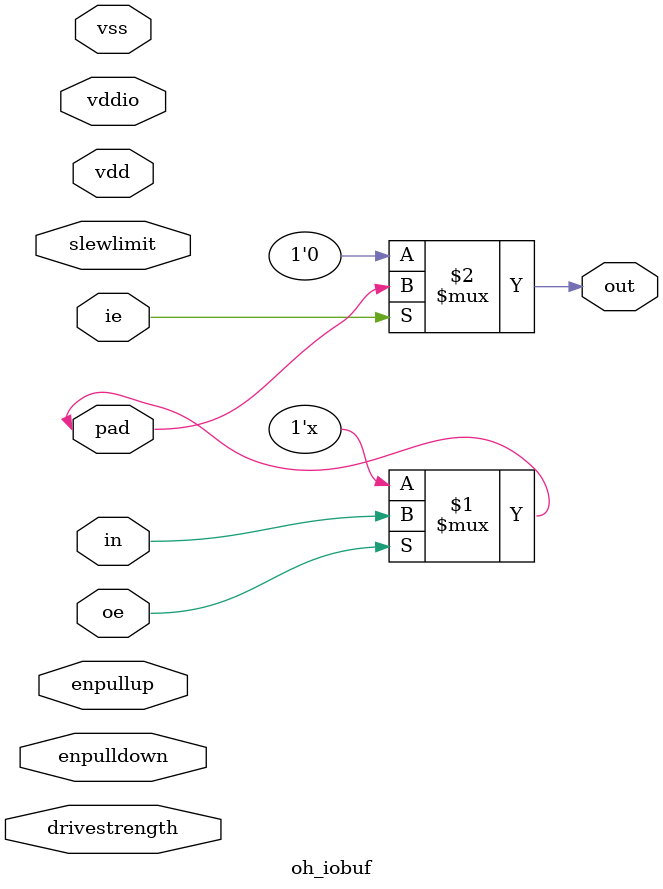
<source format=v>
module oh_iobuf #(parameter N    = 1,            // BUS WIDTH
		  parameter TYPE = "BEHAVIORAL"  // BEHAVIORAL, HARD
		  )
   (
    //POWER
    inout 	   vdd, // core supply
    inout 	   vddio,// io supply
    inout 	   vss, // ground
    //CONTROLS
    input 	   enpullup, //enable pullup
    input 	   enpulldown, //enable pulldown
    input 	   slewlimit, //slew limiter
    input [3:0]    drivestrength, //drive strength
    //DATA
    input [N-1:0]  ie, //input enable
    input [N-1:0]  oe, //output enable
    output [N-1:0] out,//output to core
    input [N-1:0]  in, //input from core
    //BIDIRECTIONAL PAD
    inout [N-1:0]  pad
    );
   
   genvar 	   i;
   
   //TODO: Model power signals
   for (i = 0; i < N; i = i + 1) begin : gen_buf
      if(TYPE=="BEHAVIORAL") begin : gen_beh
	 assign pad[i] = oe[i] ? in[i] : 1'bZ;
	 assign out[i] = ie[i] ? pad[i] : 1'b0;
      end
      else begin : gen_custom
	 
      end
   end

endmodule // oh_iobuf



</source>
